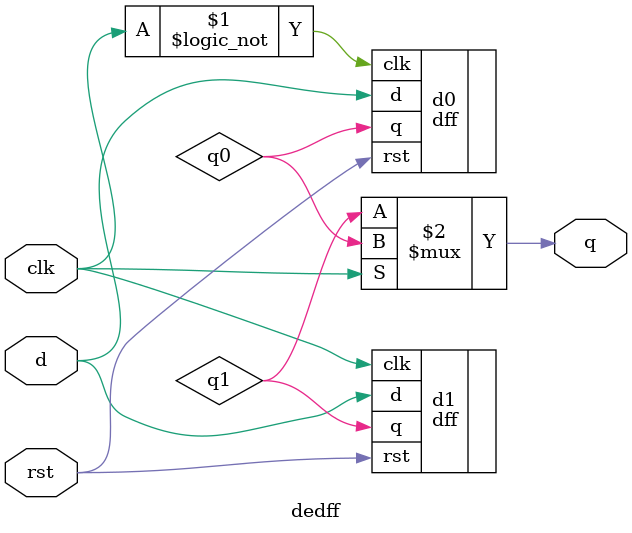
<source format=sv>
module dedff(
	input        clk,
	input        rst,
	input        d,
	output logic q
);

logic q0, q1;
dff d0 (.clk(!clk), .rst(rst), .d(d), .q(q0));
dff d1 (.clk(clk), .rst(rst), .d(d), .q(q1));

assign q = clk ? q0 : q1;
	
endmodule : dedff

</source>
